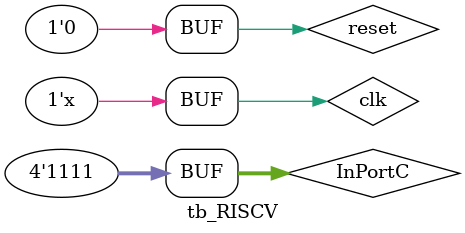
<source format=sv>
`timescale 1ns / 1ps

module tb_RISCV ();
    logic       clk;
    logic       reset;
    logic [3:0] OutPortA;
    logic [3:0] OutPortB;
    logic [3:0] InPortC;
    tri [3:0] IOPortD;

    RV32I_MCU dut (
        .clk(clk),
        .reset(reset),
        .OutPortA(OutPortA),
        .OutPortB(OutPortB),
        .InPortC(InPortC),
        .IOPortD(IOPortD)
    );

    always #5 clk = ~clk;

    initial begin
        clk   = 0;
        reset = 1;
        #20 reset = 0;
        #30 InPortC=4'b0001;
        #30 InPortC=4'b0011;
        #30 InPortC=4'b0111;
        #30 InPortC=4'b1111;
    end
endmodule

</source>
